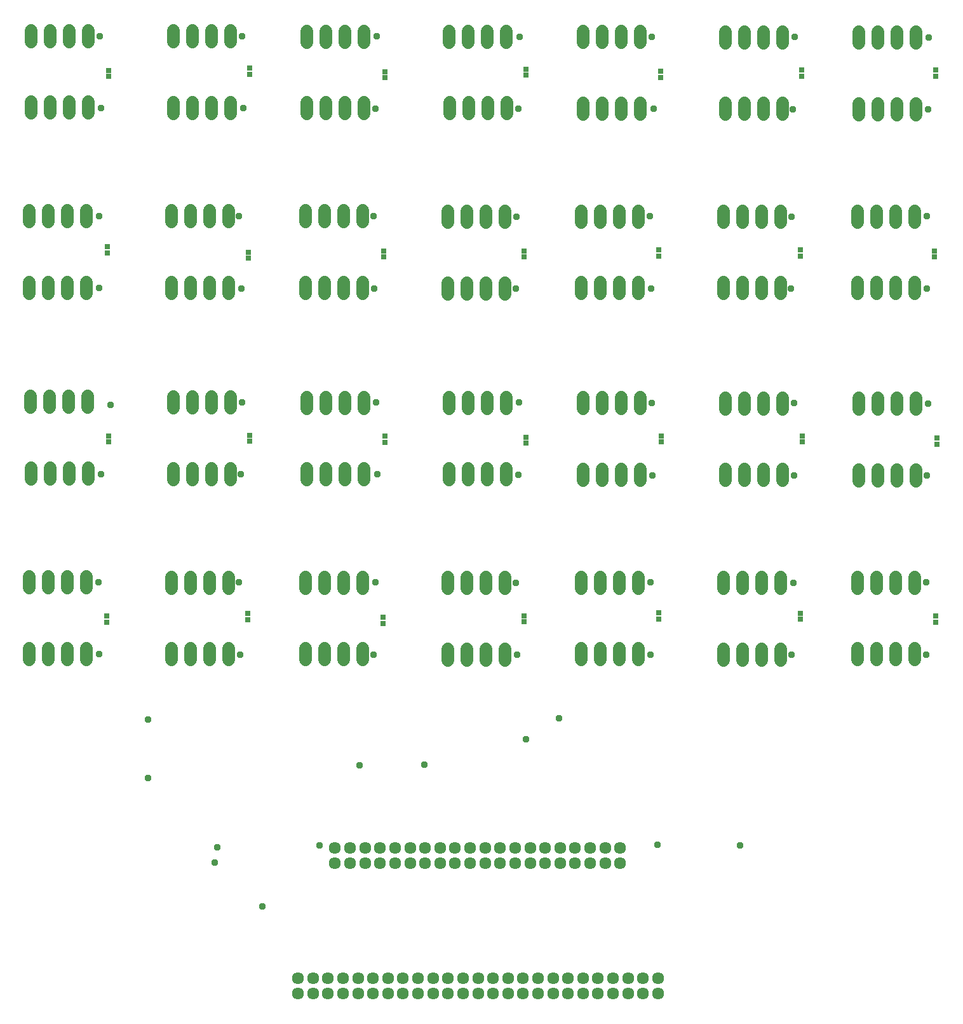
<source format=gbr>
G04 EAGLE Gerber RS-274X export*
G75*
%MOMM*%
%FSLAX34Y34*%
%LPD*%
%INSoldermask Bottom*%
%IPPOS*%
%AMOC8*
5,1,8,0,0,1.08239X$1,22.5*%
G01*
%ADD10C,1.727200*%
%ADD11R,0.803200X0.803200*%
%ADD12C,1.611200*%
%ADD13C,0.959600*%


D10*
X321818Y335534D02*
X321818Y320294D01*
X296418Y320294D02*
X296418Y335534D01*
X271018Y335534D02*
X271018Y320294D01*
X245618Y320294D02*
X245618Y335534D01*
X245618Y240284D02*
X245618Y225044D01*
X271018Y225044D02*
X271018Y240284D01*
X296418Y240284D02*
X296418Y225044D01*
X321818Y225044D02*
X321818Y240284D01*
D11*
X349250Y274384D03*
X349250Y282384D03*
D10*
X511302Y320040D02*
X511302Y335280D01*
X485902Y335280D02*
X485902Y320040D01*
X460502Y320040D02*
X460502Y335280D01*
X435102Y335280D02*
X435102Y320040D01*
X435102Y240030D02*
X435102Y224790D01*
X460502Y224790D02*
X460502Y240030D01*
X485902Y240030D02*
X485902Y224790D01*
X511302Y224790D02*
X511302Y240030D01*
D11*
X537210Y277178D03*
X537210Y285178D03*
D10*
X689864Y319786D02*
X689864Y335026D01*
X664464Y335026D02*
X664464Y319786D01*
X639064Y319786D02*
X639064Y335026D01*
X613664Y335026D02*
X613664Y319786D01*
X613664Y239776D02*
X613664Y224536D01*
X639064Y224536D02*
X639064Y239776D01*
X664464Y239776D02*
X664464Y224536D01*
X689864Y224536D02*
X689864Y239776D01*
D11*
X717550Y272606D03*
X717550Y280606D03*
D10*
X879348Y319532D02*
X879348Y334772D01*
X853948Y334772D02*
X853948Y319532D01*
X828548Y319532D02*
X828548Y334772D01*
X803148Y334772D02*
X803148Y319532D01*
X803656Y239522D02*
X803656Y224282D01*
X829056Y224282D02*
X829056Y239522D01*
X854456Y239522D02*
X854456Y224282D01*
X879856Y224282D02*
X879856Y239522D01*
D11*
X905002Y275908D03*
X905002Y283908D03*
D10*
X1057656Y319024D02*
X1057656Y334264D01*
X1032256Y334264D02*
X1032256Y319024D01*
X1006856Y319024D02*
X1006856Y334264D01*
X981456Y334264D02*
X981456Y319024D01*
X981456Y239014D02*
X981456Y223774D01*
X1006856Y223774D02*
X1006856Y239014D01*
X1032256Y239014D02*
X1032256Y223774D01*
X1057656Y223774D02*
X1057656Y239014D01*
D11*
X1084580Y273114D03*
X1084580Y281114D03*
D10*
X1247140Y318770D02*
X1247140Y334010D01*
X1221740Y334010D02*
X1221740Y318770D01*
X1196340Y318770D02*
X1196340Y334010D01*
X1170940Y334010D02*
X1170940Y318770D01*
X1170940Y238760D02*
X1170940Y223520D01*
X1196340Y223520D02*
X1196340Y238760D01*
X1221740Y238760D02*
X1221740Y223520D01*
X1247140Y223520D02*
X1247140Y238760D01*
D11*
X1272794Y274892D03*
X1272794Y282892D03*
D10*
X1425448Y318262D02*
X1425448Y333502D01*
X1400048Y333502D02*
X1400048Y318262D01*
X1374648Y318262D02*
X1374648Y333502D01*
X1349248Y333502D02*
X1349248Y318262D01*
X1349248Y238252D02*
X1349248Y223012D01*
X1374648Y223012D02*
X1374648Y238252D01*
X1400048Y238252D02*
X1400048Y223012D01*
X1425448Y223012D02*
X1425448Y238252D01*
D11*
X1451864Y274638D03*
X1451864Y282638D03*
D10*
X319786Y95504D02*
X319786Y80264D01*
X294386Y80264D02*
X294386Y95504D01*
X268986Y95504D02*
X268986Y80264D01*
X243586Y80264D02*
X243586Y95504D01*
X243586Y254D02*
X243586Y-14986D01*
X268986Y-14986D02*
X268986Y254D01*
X294386Y254D02*
X294386Y-14986D01*
X319786Y-14986D02*
X319786Y254D01*
D11*
X347472Y39434D03*
X347472Y47434D03*
D10*
X509270Y80264D02*
X509270Y95504D01*
X483870Y95504D02*
X483870Y80264D01*
X458470Y80264D02*
X458470Y95504D01*
X433070Y95504D02*
X433070Y80264D01*
X433070Y254D02*
X433070Y-14986D01*
X458470Y-14986D02*
X458470Y254D01*
X483870Y254D02*
X483870Y-14986D01*
X509270Y-14986D02*
X509270Y254D01*
D11*
X535178Y32322D03*
X535178Y40322D03*
D10*
X687832Y80264D02*
X687832Y95504D01*
X662432Y95504D02*
X662432Y80264D01*
X637032Y80264D02*
X637032Y95504D01*
X611632Y95504D02*
X611632Y80264D01*
X611632Y0D02*
X611632Y-15240D01*
X637032Y-15240D02*
X637032Y0D01*
X662432Y0D02*
X662432Y-15240D01*
X687832Y-15240D02*
X687832Y0D01*
D11*
X715772Y34100D03*
X715772Y42100D03*
D10*
X877316Y79756D02*
X877316Y94996D01*
X851916Y94996D02*
X851916Y79756D01*
X826516Y79756D02*
X826516Y94996D01*
X801116Y94996D02*
X801116Y79756D01*
X801116Y-254D02*
X801116Y-15494D01*
X826516Y-15494D02*
X826516Y-254D01*
X851916Y-254D02*
X851916Y-15494D01*
X877316Y-15494D02*
X877316Y-254D01*
D11*
X902970Y33846D03*
X902970Y41846D03*
D10*
X1055624Y80010D02*
X1055624Y95250D01*
X1030224Y95250D02*
X1030224Y80010D01*
X1004824Y80010D02*
X1004824Y95250D01*
X979424Y95250D02*
X979424Y80010D01*
X979424Y0D02*
X979424Y-15240D01*
X1004824Y-15240D02*
X1004824Y0D01*
X1030224Y0D02*
X1030224Y-15240D01*
X1055624Y-15240D02*
X1055624Y0D01*
D11*
X1082294Y35116D03*
X1082294Y43116D03*
D10*
X1245108Y79756D02*
X1245108Y94996D01*
X1219708Y94996D02*
X1219708Y79756D01*
X1194308Y79756D02*
X1194308Y94996D01*
X1168908Y94996D02*
X1168908Y79756D01*
X1168908Y0D02*
X1168908Y-15240D01*
X1194308Y-15240D02*
X1194308Y0D01*
X1219708Y0D02*
X1219708Y-15240D01*
X1245108Y-15240D02*
X1245108Y0D01*
D11*
X1271270Y35370D03*
X1271270Y43370D03*
D10*
X1423416Y80010D02*
X1423416Y95250D01*
X1398016Y95250D02*
X1398016Y80010D01*
X1372616Y80010D02*
X1372616Y95250D01*
X1347216Y95250D02*
X1347216Y80010D01*
X1347216Y0D02*
X1347216Y-15240D01*
X1372616Y-15240D02*
X1372616Y0D01*
X1398016Y0D02*
X1398016Y-15240D01*
X1423416Y-15240D02*
X1423416Y0D01*
D11*
X1449832Y34100D03*
X1449832Y42100D03*
D10*
X321564Y-151638D02*
X321564Y-166878D01*
X296164Y-166878D02*
X296164Y-151638D01*
X270764Y-151638D02*
X270764Y-166878D01*
X245364Y-166878D02*
X245364Y-151638D01*
X245618Y-247396D02*
X245618Y-262636D01*
X271018Y-262636D02*
X271018Y-247396D01*
X296418Y-247396D02*
X296418Y-262636D01*
X321818Y-262636D02*
X321818Y-247396D01*
D11*
X349250Y-212280D03*
X349250Y-204280D03*
D10*
X511302Y-167640D02*
X511302Y-152400D01*
X485902Y-152400D02*
X485902Y-167640D01*
X460502Y-167640D02*
X460502Y-152400D01*
X435102Y-152400D02*
X435102Y-167640D01*
X435102Y-247650D02*
X435102Y-262890D01*
X460502Y-262890D02*
X460502Y-247650D01*
X485902Y-247650D02*
X485902Y-262890D01*
X511302Y-262890D02*
X511302Y-247650D01*
D11*
X536702Y-211772D03*
X536702Y-203772D03*
D10*
X689864Y-167894D02*
X689864Y-152654D01*
X664464Y-152654D02*
X664464Y-167894D01*
X639064Y-167894D02*
X639064Y-152654D01*
X613664Y-152654D02*
X613664Y-167894D01*
X613664Y-247904D02*
X613664Y-263144D01*
X639064Y-263144D02*
X639064Y-247904D01*
X664464Y-247904D02*
X664464Y-263144D01*
X689864Y-263144D02*
X689864Y-247904D01*
D11*
X717804Y-213042D03*
X717804Y-205042D03*
D10*
X879348Y-168148D02*
X879348Y-152908D01*
X853948Y-152908D02*
X853948Y-168148D01*
X828548Y-168148D02*
X828548Y-152908D01*
X803148Y-152908D02*
X803148Y-168148D01*
X803148Y-248158D02*
X803148Y-263398D01*
X828548Y-263398D02*
X828548Y-248158D01*
X853948Y-248158D02*
X853948Y-263398D01*
X879348Y-263398D02*
X879348Y-248158D01*
D11*
X905002Y-214312D03*
X905002Y-206312D03*
D10*
X1057656Y-168656D02*
X1057656Y-153416D01*
X1032256Y-153416D02*
X1032256Y-168656D01*
X1006856Y-168656D02*
X1006856Y-153416D01*
X981456Y-153416D02*
X981456Y-168656D01*
X981456Y-248666D02*
X981456Y-263906D01*
X1006856Y-263906D02*
X1006856Y-248666D01*
X1032256Y-248666D02*
X1032256Y-263906D01*
X1057656Y-263906D02*
X1057656Y-248666D01*
D11*
X1085342Y-212280D03*
X1085342Y-204280D03*
D10*
X1247140Y-168910D02*
X1247140Y-153670D01*
X1221740Y-153670D02*
X1221740Y-168910D01*
X1196340Y-168910D02*
X1196340Y-153670D01*
X1170940Y-153670D02*
X1170940Y-168910D01*
X1170940Y-248920D02*
X1170940Y-264160D01*
X1196340Y-264160D02*
X1196340Y-248920D01*
X1221740Y-248920D02*
X1221740Y-264160D01*
X1247140Y-264160D02*
X1247140Y-248920D01*
D11*
X1273810Y-212534D03*
X1273810Y-204534D03*
D10*
X1425448Y-169418D02*
X1425448Y-154178D01*
X1400048Y-154178D02*
X1400048Y-169418D01*
X1374648Y-169418D02*
X1374648Y-154178D01*
X1349248Y-154178D02*
X1349248Y-169418D01*
X1349248Y-249428D02*
X1349248Y-264668D01*
X1374648Y-264668D02*
X1374648Y-249428D01*
X1400048Y-249428D02*
X1400048Y-264668D01*
X1425448Y-264668D02*
X1425448Y-249428D01*
D11*
X1453388Y-215582D03*
X1453388Y-207582D03*
D10*
X319786Y-392176D02*
X319786Y-407416D01*
X294386Y-407416D02*
X294386Y-392176D01*
X268986Y-392176D02*
X268986Y-407416D01*
X243586Y-407416D02*
X243586Y-392176D01*
X243586Y-487426D02*
X243586Y-502666D01*
X268986Y-502666D02*
X268986Y-487426D01*
X294386Y-487426D02*
X294386Y-502666D01*
X319786Y-502666D02*
X319786Y-487426D01*
D11*
X346710Y-452564D03*
X346710Y-444564D03*
D10*
X509270Y-407670D02*
X509270Y-392430D01*
X483870Y-392430D02*
X483870Y-407670D01*
X458470Y-407670D02*
X458470Y-392430D01*
X433070Y-392430D02*
X433070Y-407670D01*
X433070Y-487680D02*
X433070Y-502920D01*
X458470Y-502920D02*
X458470Y-487680D01*
X483870Y-487680D02*
X483870Y-502920D01*
X509270Y-502920D02*
X509270Y-487680D01*
D11*
X534416Y-449262D03*
X534416Y-441262D03*
D10*
X687832Y-407670D02*
X687832Y-392430D01*
X662432Y-392430D02*
X662432Y-407670D01*
X637032Y-407670D02*
X637032Y-392430D01*
X611632Y-392430D02*
X611632Y-407670D01*
X611632Y-487680D02*
X611632Y-502920D01*
X637032Y-502920D02*
X637032Y-487680D01*
X662432Y-487680D02*
X662432Y-502920D01*
X687832Y-502920D02*
X687832Y-487680D01*
D11*
X714756Y-454342D03*
X714756Y-446342D03*
D10*
X877316Y-407924D02*
X877316Y-392684D01*
X851916Y-392684D02*
X851916Y-407924D01*
X826516Y-407924D02*
X826516Y-392684D01*
X801116Y-392684D02*
X801116Y-407924D01*
X801116Y-487934D02*
X801116Y-503174D01*
X826516Y-503174D02*
X826516Y-487934D01*
X851916Y-487934D02*
X851916Y-503174D01*
X877316Y-503174D02*
X877316Y-487934D01*
D11*
X902462Y-452056D03*
X902462Y-444056D03*
D10*
X1055624Y-407670D02*
X1055624Y-392430D01*
X1030224Y-392430D02*
X1030224Y-407670D01*
X1004824Y-407670D02*
X1004824Y-392430D01*
X979424Y-392430D02*
X979424Y-407670D01*
X979424Y-487680D02*
X979424Y-502920D01*
X1004824Y-502920D02*
X1004824Y-487680D01*
X1030224Y-487680D02*
X1030224Y-502920D01*
X1055624Y-502920D02*
X1055624Y-487680D01*
D11*
X1082294Y-448246D03*
X1082294Y-440246D03*
D10*
X1245108Y-407924D02*
X1245108Y-392684D01*
X1219708Y-392684D02*
X1219708Y-407924D01*
X1194308Y-407924D02*
X1194308Y-392684D01*
X1168908Y-392684D02*
X1168908Y-407924D01*
X1168908Y-487934D02*
X1168908Y-503174D01*
X1194308Y-503174D02*
X1194308Y-487934D01*
X1219708Y-487934D02*
X1219708Y-503174D01*
X1245108Y-503174D02*
X1245108Y-487934D01*
D11*
X1271270Y-448500D03*
X1271270Y-440500D03*
D10*
X1423416Y-407670D02*
X1423416Y-392430D01*
X1398016Y-392430D02*
X1398016Y-407670D01*
X1372616Y-407670D02*
X1372616Y-392430D01*
X1347216Y-392430D02*
X1347216Y-407670D01*
X1347216Y-487680D02*
X1347216Y-502920D01*
X1372616Y-502920D02*
X1372616Y-487680D01*
X1398016Y-487680D02*
X1398016Y-502920D01*
X1423416Y-502920D02*
X1423416Y-487680D01*
D11*
X1451102Y-452564D03*
X1451102Y-444564D03*
D12*
X601502Y-947260D03*
X601502Y-927260D03*
X621502Y-947260D03*
X621502Y-927260D03*
X641502Y-947260D03*
X641502Y-927260D03*
X661502Y-947260D03*
X661502Y-927260D03*
X681502Y-947260D03*
X681502Y-927260D03*
X701502Y-947260D03*
X701502Y-927260D03*
X721502Y-947260D03*
X721502Y-927260D03*
X741502Y-947260D03*
X741502Y-927260D03*
X761502Y-947260D03*
X761502Y-927260D03*
X781502Y-947260D03*
X781502Y-927260D03*
X801502Y-947260D03*
X801502Y-927260D03*
X821502Y-947260D03*
X821502Y-927260D03*
X841502Y-947260D03*
X841502Y-927260D03*
X861502Y-947260D03*
X861502Y-927260D03*
X881502Y-947260D03*
X881502Y-927260D03*
X901502Y-947260D03*
X901502Y-927260D03*
X921502Y-947260D03*
X921502Y-927260D03*
X941502Y-947260D03*
X941502Y-927260D03*
X961502Y-947260D03*
X961502Y-927260D03*
X981502Y-947260D03*
X981502Y-927260D03*
X1001502Y-947260D03*
X1001502Y-927260D03*
X1021502Y-947260D03*
X1021502Y-927260D03*
X1041502Y-947260D03*
X1041502Y-927260D03*
X1061502Y-947260D03*
X1061502Y-927260D03*
X1081502Y-947260D03*
X1081502Y-927260D03*
X650994Y-773270D03*
X650994Y-753270D03*
X670994Y-773270D03*
X670994Y-753270D03*
X690994Y-773270D03*
X690994Y-753270D03*
X710994Y-773270D03*
X710994Y-753270D03*
X730994Y-773270D03*
X730994Y-753270D03*
X750994Y-773270D03*
X750994Y-753270D03*
X770994Y-773270D03*
X770994Y-753270D03*
X790994Y-773270D03*
X790994Y-753270D03*
X810994Y-773270D03*
X810994Y-753270D03*
X830994Y-773270D03*
X830994Y-753270D03*
X850994Y-773270D03*
X850994Y-753270D03*
X870994Y-773270D03*
X870994Y-753270D03*
X890994Y-773270D03*
X890994Y-753270D03*
X910994Y-773270D03*
X910994Y-753270D03*
X930994Y-773270D03*
X930994Y-753270D03*
X950994Y-773270D03*
X950994Y-753270D03*
X970994Y-773270D03*
X970994Y-753270D03*
X990994Y-773270D03*
X990994Y-753270D03*
X1010994Y-773270D03*
X1010994Y-753270D03*
X1030994Y-773270D03*
X1030994Y-753270D03*
D13*
X337566Y328267D03*
X490220Y-772922D03*
X1438402Y-495653D03*
X401320Y-581914D03*
X401320Y-659892D03*
X629920Y-750062D03*
X494030Y-752602D03*
X769874Y-642112D03*
X683260Y-643382D03*
X949678Y-580644D03*
X905256Y-608584D03*
X1080770Y-749046D03*
X1191006Y-750062D03*
X553974Y-830834D03*
X527304Y328013D03*
X706120Y327759D03*
X896762Y327294D03*
X1073150Y326997D03*
X1263142Y326743D03*
X1442212Y326235D03*
X336042Y88364D03*
X522732Y88110D03*
X701802Y88110D03*
X892810Y87856D03*
X1070864Y88110D03*
X1259586Y87856D03*
X1439418Y88110D03*
X351790Y-162814D03*
X526796Y-159667D03*
X705866Y-159921D03*
X895858Y-160175D03*
X1072896Y-160683D03*
X1262634Y-160937D03*
X1440942Y-161445D03*
X335788Y-399316D03*
X522986Y-399570D03*
X705183Y-399717D03*
X891540Y-399824D03*
X1071372Y-399570D03*
X1261618Y-399824D03*
X1439164Y-399570D03*
X339423Y232585D03*
X528653Y232077D03*
X704342Y231676D03*
X895604Y231422D03*
X1075261Y231315D03*
X1261364Y230660D03*
X1440942Y230152D03*
X336804Y-7719D03*
X525780Y-7973D03*
X703326Y-7973D03*
X892048Y-8227D03*
X1072134Y-7973D03*
X1258570Y-8227D03*
X1439418Y-7973D03*
X339296Y-255222D03*
X525526Y-255750D03*
X707215Y-255857D03*
X895096Y-256258D03*
X1073912Y-256766D03*
X1262634Y-257020D03*
X1439926Y-257528D03*
X336296Y-495399D03*
X524002Y-495653D03*
X702564Y-495653D03*
X893318Y-495907D03*
X1071118Y-495653D03*
X1259586Y-495907D03*
M02*

</source>
